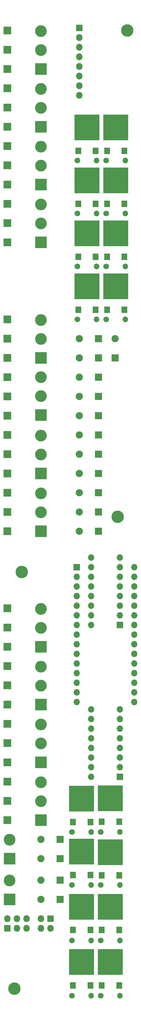
<source format=gts>
%TF.GenerationSoftware,KiCad,Pcbnew,(5.1.6-0-10_14)*%
%TF.CreationDate,2020-09-12T21:29:34-04:00*%
%TF.ProjectId,smart-o-harp,736d6172-742d-46f2-9d68-6172702e6b69,rev?*%
%TF.SameCoordinates,Original*%
%TF.FileFunction,Soldermask,Top*%
%TF.FilePolarity,Negative*%
%FSLAX46Y46*%
G04 Gerber Fmt 4.6, Leading zero omitted, Abs format (unit mm)*
G04 Created by KiCad (PCBNEW (5.1.6-0-10_14)) date 2020-09-12 21:29:34*
%MOMM*%
%LPD*%
G01*
G04 APERTURE LIST*
%ADD10R,1.800000X1.800000*%
%ADD11O,1.800000X1.800000*%
%ADD12R,2.100000X2.100000*%
%ADD13O,1.500000X1.500000*%
%ADD14C,1.500000*%
%ADD15C,3.100000*%
%ADD16R,3.100000X3.100000*%
%ADD17O,1.900000X1.900000*%
%ADD18R,1.900000X1.900000*%
%ADD19R,1.700000X1.700000*%
%ADD20O,1.700000X1.700000*%
%ADD21R,6.600000X6.800000*%
%ADD22R,1.600000X1.700000*%
%ADD23C,3.300000*%
G04 APERTURE END LIST*
D10*
%TO.C,keypad1*%
X2540000Y-13335000D03*
D11*
X2540000Y-15875000D03*
X2540000Y-18415000D03*
X2540000Y-20955000D03*
X2540000Y-23495000D03*
X2540000Y-26035000D03*
X2540000Y-28575000D03*
X2540000Y-31115000D03*
%TD*%
D12*
%TO.C,J46*%
X-16510000Y-110490000D03*
%TD*%
%TO.C,J45*%
X-16510000Y-207010000D03*
%TD*%
%TO.C,J44*%
X-16510000Y-171450000D03*
%TD*%
%TO.C,J43*%
X-16510000Y-201930000D03*
%TD*%
%TO.C,J42*%
X-16510000Y-212090000D03*
%TD*%
%TO.C,J41*%
X-16510000Y-115570000D03*
%TD*%
%TO.C,J40*%
X-16510000Y-176530000D03*
%TD*%
%TO.C,J39*%
X-16510000Y-186690000D03*
%TD*%
%TO.C,J37*%
X-16510000Y-120650000D03*
%TD*%
%TO.C,J36*%
X-16510000Y-181610000D03*
%TD*%
%TO.C,J35*%
X-16510000Y-217170000D03*
%TD*%
%TO.C,J33*%
X-16510000Y-125730000D03*
%TD*%
%TO.C,J32*%
X-16510000Y-191770000D03*
%TD*%
%TO.C,J31*%
X-16510000Y-222250000D03*
%TD*%
%TO.C,J29*%
X-16510000Y-130810000D03*
%TD*%
%TO.C,J28*%
X-16510000Y-196850000D03*
%TD*%
%TO.C,J25*%
X-16510000Y-135890000D03*
%TD*%
%TO.C,J22*%
X-16510000Y-140970000D03*
%TD*%
%TO.C,J21*%
X-16510000Y-166370000D03*
%TD*%
%TO.C,J20*%
X-16510000Y-146050000D03*
%TD*%
%TO.C,J19*%
X-16510000Y-105410000D03*
%TD*%
%TO.C,J18*%
X-16510000Y-39370000D03*
%TD*%
%TO.C,J17*%
X-16510000Y-44450000D03*
%TD*%
%TO.C,J16*%
X-16510000Y-100330000D03*
%TD*%
%TO.C,J15*%
X-16510000Y-49530000D03*
%TD*%
%TO.C,J14*%
X-16510000Y-90170000D03*
%TD*%
%TO.C,J13*%
X-16510000Y-95250000D03*
%TD*%
%TO.C,J12*%
X-16510000Y-54610000D03*
%TD*%
%TO.C,J11*%
X-16510000Y-59690000D03*
%TD*%
%TO.C,J10*%
X-16510000Y-64770000D03*
%TD*%
%TO.C,J9*%
X-16510000Y-29210000D03*
%TD*%
%TO.C,J8*%
X-16510000Y-69850000D03*
%TD*%
%TO.C,J7*%
X-16510000Y-13970000D03*
%TD*%
%TO.C,J6*%
X-16510000Y-24130000D03*
%TD*%
%TO.C,J5*%
X-16510000Y-34290000D03*
%TD*%
%TO.C,J4*%
X-16510000Y-19050000D03*
%TD*%
D13*
%TO.C,R16*%
X7112000Y-48260000D03*
D14*
X2032000Y-48260000D03*
%TD*%
D13*
%TO.C,R15*%
X14732000Y-48260000D03*
D14*
X9652000Y-48260000D03*
%TD*%
D13*
%TO.C,R14*%
X7112000Y-62230000D03*
D14*
X2032000Y-62230000D03*
%TD*%
D13*
%TO.C,R13*%
X14732000Y-62230000D03*
D14*
X9652000Y-62230000D03*
%TD*%
D13*
%TO.C,R12*%
X7112000Y-76200000D03*
D14*
X2032000Y-76200000D03*
%TD*%
D13*
%TO.C,R11*%
X14732000Y-76200000D03*
D14*
X9652000Y-76200000D03*
%TD*%
D13*
%TO.C,R10*%
X7112000Y-90170000D03*
D14*
X2032000Y-90170000D03*
%TD*%
D13*
%TO.C,R9*%
X14732000Y-90170000D03*
D14*
X9652000Y-90170000D03*
%TD*%
D13*
%TO.C,R8*%
X5715000Y-225425000D03*
D14*
X635000Y-225425000D03*
%TD*%
D13*
%TO.C,R7*%
X13335000Y-225425000D03*
D14*
X8255000Y-225425000D03*
%TD*%
D13*
%TO.C,R6*%
X5715000Y-239395000D03*
D14*
X635000Y-239395000D03*
%TD*%
D13*
%TO.C,R5*%
X13335000Y-239395000D03*
D14*
X8255000Y-239395000D03*
%TD*%
D13*
%TO.C,R4*%
X5715000Y-254000000D03*
D14*
X635000Y-254000000D03*
%TD*%
D13*
%TO.C,R3*%
X13335000Y-254000000D03*
D14*
X8255000Y-254000000D03*
%TD*%
D13*
%TO.C,R2*%
X5715000Y-268605000D03*
D14*
X635000Y-268605000D03*
%TD*%
D13*
%TO.C,R1*%
X13335000Y-268605000D03*
D14*
X8255000Y-268605000D03*
%TD*%
D15*
%TO.C,C#_D_D#2*%
X-7620000Y-136050000D03*
X-7620000Y-141050000D03*
D16*
X-7620000Y-146050000D03*
%TD*%
D15*
%TO.C,E_F_F#1*%
X-7620000Y-44610000D03*
X-7620000Y-49610000D03*
D16*
X-7620000Y-54610000D03*
%TD*%
D17*
%TO.C,D8*%
X2540000Y-135890000D03*
D18*
X7620000Y-135890000D03*
%TD*%
D19*
%TO.C,U2*%
X13335000Y-170815000D03*
D20*
X5715000Y-153035000D03*
X13335000Y-168275000D03*
X5715000Y-155575000D03*
X13335000Y-165735000D03*
X5715000Y-158115000D03*
X13335000Y-163195000D03*
X5715000Y-160655000D03*
X13335000Y-160655000D03*
X5715000Y-163195000D03*
X13335000Y-158115000D03*
X5715000Y-165735000D03*
X13335000Y-155575000D03*
X5715000Y-168275000D03*
X13335000Y-153035000D03*
X5715000Y-170815000D03*
%TD*%
D21*
%TO.C,Q16*%
X4572000Y-39570000D03*
D22*
X6872000Y-45720000D03*
X2272000Y-45720000D03*
%TD*%
D21*
%TO.C,Q15*%
X12192000Y-39570000D03*
D22*
X14492000Y-45720000D03*
X9892000Y-45720000D03*
%TD*%
D21*
%TO.C,Q14*%
X4572000Y-53540000D03*
D22*
X6872000Y-59690000D03*
X2272000Y-59690000D03*
%TD*%
D21*
%TO.C,Q13*%
X12192000Y-53540000D03*
D22*
X14492000Y-59690000D03*
X9892000Y-59690000D03*
%TD*%
D21*
%TO.C,Q12*%
X4572000Y-67510000D03*
D22*
X6872000Y-73660000D03*
X2272000Y-73660000D03*
%TD*%
D21*
%TO.C,Q11*%
X12192000Y-67510000D03*
D22*
X14492000Y-73660000D03*
X9892000Y-73660000D03*
%TD*%
D21*
%TO.C,Q10*%
X4572000Y-81480000D03*
D22*
X6872000Y-87630000D03*
X2272000Y-87630000D03*
%TD*%
D21*
%TO.C,Q9*%
X12192000Y-81480000D03*
D22*
X14492000Y-87630000D03*
X9892000Y-87630000D03*
%TD*%
D21*
%TO.C,Q8*%
X3175000Y-216640000D03*
D22*
X5475000Y-222790000D03*
X875000Y-222790000D03*
%TD*%
D21*
%TO.C,Q7*%
X10795000Y-216535000D03*
D22*
X13095000Y-222685000D03*
X8495000Y-222685000D03*
%TD*%
D21*
%TO.C,Q6*%
X3175000Y-230610000D03*
D22*
X5475000Y-236760000D03*
X875000Y-236760000D03*
%TD*%
D21*
%TO.C,Q5*%
X10795000Y-230705000D03*
D22*
X13095000Y-236855000D03*
X8495000Y-236855000D03*
%TD*%
D21*
%TO.C,Q4*%
X3175000Y-245110000D03*
D22*
X5475000Y-251260000D03*
X875000Y-251260000D03*
%TD*%
D21*
%TO.C,Q3*%
X10795000Y-245110000D03*
D22*
X13095000Y-251260000D03*
X8495000Y-251260000D03*
%TD*%
D21*
%TO.C,Q2*%
X3175000Y-259715000D03*
D22*
X5475000Y-265865000D03*
X875000Y-265865000D03*
%TD*%
D21*
%TO.C,Q1*%
X10795000Y-259715000D03*
D22*
X13095000Y-265865000D03*
X8495000Y-265865000D03*
%TD*%
D15*
%TO.C,J3*%
X-15875000Y-227410000D03*
D16*
X-15875000Y-232410000D03*
%TD*%
D15*
%TO.C,J2*%
X-15875000Y-238205000D03*
D16*
X-15875000Y-243205000D03*
%TD*%
D15*
%TO.C,G_G#_A2*%
X-7620000Y-105410000D03*
X-7620000Y-110410000D03*
D16*
X-7620000Y-115410000D03*
%TD*%
D15*
%TO.C,G_G#_A1*%
X-7620000Y-29370000D03*
X-7620000Y-34370000D03*
D16*
X-7620000Y-39370000D03*
%TD*%
%TO.C,F_G_C1*%
X-7620000Y-222250000D03*
D15*
X-7620000Y-217250000D03*
X-7620000Y-212250000D03*
%TD*%
D16*
%TO.C,F#_G_A1*%
X-7620000Y-191770000D03*
D15*
X-7620000Y-186770000D03*
X-7620000Y-181770000D03*
%TD*%
%TO.C,E_F_F#2*%
X-7620000Y-120810000D03*
X-7620000Y-125810000D03*
D16*
X-7620000Y-130810000D03*
%TD*%
%TO.C,D_E_F1*%
X-7620000Y-207010000D03*
D15*
X-7620000Y-202010000D03*
X-7620000Y-197010000D03*
%TD*%
%TO.C,C#_D_D#1*%
X-7620000Y-59850000D03*
X-7620000Y-64850000D03*
D16*
X-7620000Y-69850000D03*
%TD*%
%TO.C,Bb_B_C3*%
X-7620000Y-176530000D03*
D15*
X-7620000Y-171530000D03*
X-7620000Y-166530000D03*
%TD*%
%TO.C,Bb_B_C2*%
X-7620000Y-90330000D03*
X-7620000Y-95330000D03*
D16*
X-7620000Y-100330000D03*
%TD*%
%TO.C,Bb_B_C1*%
X-7620000Y-24130000D03*
D15*
X-7620000Y-19130000D03*
X-7620000Y-14130000D03*
%TD*%
D23*
%TO.C,H4*%
X-14605000Y-266700000D03*
%TD*%
%TO.C,H3*%
X15240000Y-13970000D03*
%TD*%
%TO.C,H2*%
X-12700000Y-156845000D03*
%TD*%
%TO.C,H1*%
X12700000Y-142240000D03*
%TD*%
D17*
%TO.C,D17*%
X12065000Y-95250000D03*
D18*
X12065000Y-100330000D03*
%TD*%
D17*
%TO.C,D16*%
X2540000Y-95250000D03*
D18*
X7620000Y-95250000D03*
%TD*%
D17*
%TO.C,D15*%
X2540000Y-100330000D03*
D18*
X7620000Y-100330000D03*
%TD*%
D17*
%TO.C,D14*%
X2540000Y-105410000D03*
D18*
X7620000Y-105410000D03*
%TD*%
D17*
%TO.C,D13*%
X2540000Y-110490000D03*
D18*
X7620000Y-110490000D03*
%TD*%
D17*
%TO.C,D12*%
X2540000Y-115570000D03*
D18*
X7620000Y-115570000D03*
%TD*%
D17*
%TO.C,D11*%
X2540000Y-120650000D03*
D18*
X7620000Y-120650000D03*
%TD*%
D17*
%TO.C,D10*%
X2540000Y-125730000D03*
D18*
X7620000Y-125730000D03*
%TD*%
D17*
%TO.C,D9*%
X2540000Y-130810000D03*
D18*
X7620000Y-130810000D03*
%TD*%
D17*
%TO.C,D6*%
X2540000Y-140970000D03*
D18*
X7620000Y-140970000D03*
%TD*%
D17*
%TO.C,D5*%
X2540000Y-146050000D03*
D18*
X7620000Y-146050000D03*
%TD*%
D17*
%TO.C,D4*%
X-7620000Y-227330000D03*
D18*
X-2540000Y-227330000D03*
%TD*%
D17*
%TO.C,D3*%
X-7620000Y-232410000D03*
D18*
X-2540000Y-232410000D03*
%TD*%
D17*
%TO.C,D2*%
X-7620000Y-238125000D03*
D18*
X-2540000Y-238125000D03*
%TD*%
D17*
%TO.C,D1*%
X-7620000Y-243205000D03*
D18*
X-2540000Y-243205000D03*
%TD*%
D10*
%TO.C,J1*%
X-5080000Y-248285000D03*
D11*
X-5080000Y-250825000D03*
X-7620000Y-248285000D03*
X-7620000Y-250825000D03*
%TD*%
D19*
%TO.C,A1*%
X1905000Y-155575000D03*
D20*
X17145000Y-188595000D03*
X1905000Y-158115000D03*
X17145000Y-186055000D03*
X1905000Y-160655000D03*
X17145000Y-183515000D03*
X1905000Y-163195000D03*
X17145000Y-180975000D03*
X1905000Y-165735000D03*
X17145000Y-178435000D03*
X1905000Y-168275000D03*
X17145000Y-175895000D03*
X1905000Y-170815000D03*
X17145000Y-173355000D03*
X1905000Y-173355000D03*
X17145000Y-170815000D03*
X1905000Y-175895000D03*
X17145000Y-168275000D03*
X1905000Y-178435000D03*
X17145000Y-165735000D03*
X1905000Y-180975000D03*
X17145000Y-163195000D03*
X1905000Y-183515000D03*
X17145000Y-160655000D03*
X1905000Y-186055000D03*
X17145000Y-158115000D03*
X1905000Y-188595000D03*
X17145000Y-155575000D03*
X1905000Y-191135000D03*
X17145000Y-191135000D03*
%TD*%
D10*
%TO.C,solenoid_power1*%
X-16510000Y-250825000D03*
D11*
X-16510000Y-248285000D03*
X-13970000Y-250825000D03*
X-13970000Y-248285000D03*
X-11430000Y-250825000D03*
X-11430000Y-248285000D03*
%TD*%
D20*
%TO.C,U1*%
X5715000Y-210820000D03*
X13335000Y-193040000D03*
X5715000Y-208280000D03*
X13335000Y-195580000D03*
X5715000Y-205740000D03*
X13335000Y-198120000D03*
X5715000Y-203200000D03*
X13335000Y-200660000D03*
X5715000Y-200660000D03*
X13335000Y-203200000D03*
X5715000Y-198120000D03*
X13335000Y-205740000D03*
X5715000Y-195580000D03*
X13335000Y-208280000D03*
X5715000Y-193040000D03*
D19*
X13335000Y-210820000D03*
%TD*%
M02*

</source>
